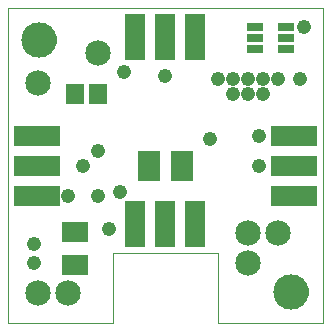
<source format=gts>
G75*
%MOIN*%
%OFA0B0*%
%FSLAX24Y24*%
%IPPOS*%
%LPD*%
%AMOC8*
5,1,8,0,0,1.08239X$1,22.5*
%
%ADD10C,0.0000*%
%ADD11C,0.1182*%
%ADD12R,0.0867X0.0710*%
%ADD13R,0.0730X0.1029*%
%ADD14R,0.0680X0.1530*%
%ADD15R,0.1530X0.0680*%
%ADD16R,0.0580X0.0300*%
%ADD17R,0.0592X0.0671*%
%ADD18C,0.0476*%
%ADD19C,0.0848*%
D10*
X000100Y000100D02*
X003600Y000100D01*
X003600Y002430D01*
X007100Y002430D01*
X007100Y000100D01*
X010600Y000100D01*
X010600Y010600D01*
X000100Y010600D01*
X000100Y000100D01*
X000599Y009550D02*
X000601Y009597D01*
X000607Y009643D01*
X000617Y009689D01*
X000630Y009734D01*
X000648Y009777D01*
X000669Y009819D01*
X000693Y009859D01*
X000721Y009896D01*
X000752Y009931D01*
X000786Y009964D01*
X000822Y009993D01*
X000861Y010019D01*
X000902Y010042D01*
X000945Y010061D01*
X000989Y010077D01*
X001034Y010089D01*
X001080Y010097D01*
X001127Y010101D01*
X001173Y010101D01*
X001220Y010097D01*
X001266Y010089D01*
X001311Y010077D01*
X001355Y010061D01*
X001398Y010042D01*
X001439Y010019D01*
X001478Y009993D01*
X001514Y009964D01*
X001548Y009931D01*
X001579Y009896D01*
X001607Y009859D01*
X001631Y009819D01*
X001652Y009777D01*
X001670Y009734D01*
X001683Y009689D01*
X001693Y009643D01*
X001699Y009597D01*
X001701Y009550D01*
X001699Y009503D01*
X001693Y009457D01*
X001683Y009411D01*
X001670Y009366D01*
X001652Y009323D01*
X001631Y009281D01*
X001607Y009241D01*
X001579Y009204D01*
X001548Y009169D01*
X001514Y009136D01*
X001478Y009107D01*
X001439Y009081D01*
X001398Y009058D01*
X001355Y009039D01*
X001311Y009023D01*
X001266Y009011D01*
X001220Y009003D01*
X001173Y008999D01*
X001127Y008999D01*
X001080Y009003D01*
X001034Y009011D01*
X000989Y009023D01*
X000945Y009039D01*
X000902Y009058D01*
X000861Y009081D01*
X000822Y009107D01*
X000786Y009136D01*
X000752Y009169D01*
X000721Y009204D01*
X000693Y009241D01*
X000669Y009281D01*
X000648Y009323D01*
X000630Y009366D01*
X000617Y009411D01*
X000607Y009457D01*
X000601Y009503D01*
X000599Y009550D01*
X008999Y001150D02*
X009001Y001197D01*
X009007Y001243D01*
X009017Y001289D01*
X009030Y001334D01*
X009048Y001377D01*
X009069Y001419D01*
X009093Y001459D01*
X009121Y001496D01*
X009152Y001531D01*
X009186Y001564D01*
X009222Y001593D01*
X009261Y001619D01*
X009302Y001642D01*
X009345Y001661D01*
X009389Y001677D01*
X009434Y001689D01*
X009480Y001697D01*
X009527Y001701D01*
X009573Y001701D01*
X009620Y001697D01*
X009666Y001689D01*
X009711Y001677D01*
X009755Y001661D01*
X009798Y001642D01*
X009839Y001619D01*
X009878Y001593D01*
X009914Y001564D01*
X009948Y001531D01*
X009979Y001496D01*
X010007Y001459D01*
X010031Y001419D01*
X010052Y001377D01*
X010070Y001334D01*
X010083Y001289D01*
X010093Y001243D01*
X010099Y001197D01*
X010101Y001150D01*
X010099Y001103D01*
X010093Y001057D01*
X010083Y001011D01*
X010070Y000966D01*
X010052Y000923D01*
X010031Y000881D01*
X010007Y000841D01*
X009979Y000804D01*
X009948Y000769D01*
X009914Y000736D01*
X009878Y000707D01*
X009839Y000681D01*
X009798Y000658D01*
X009755Y000639D01*
X009711Y000623D01*
X009666Y000611D01*
X009620Y000603D01*
X009573Y000599D01*
X009527Y000599D01*
X009480Y000603D01*
X009434Y000611D01*
X009389Y000623D01*
X009345Y000639D01*
X009302Y000658D01*
X009261Y000681D01*
X009222Y000707D01*
X009186Y000736D01*
X009152Y000769D01*
X009121Y000804D01*
X009093Y000841D01*
X009069Y000881D01*
X009048Y000923D01*
X009030Y000966D01*
X009017Y001011D01*
X009007Y001057D01*
X009001Y001103D01*
X008999Y001150D01*
D11*
X009550Y001150D03*
X001150Y009550D03*
D12*
X002350Y003151D03*
X002350Y002049D03*
D13*
X004800Y005350D03*
X005900Y005350D03*
D14*
X006350Y003405D03*
X005350Y003405D03*
X004350Y003405D03*
X004350Y009625D03*
X005350Y009625D03*
X006350Y009625D03*
D15*
X009625Y006350D03*
X009625Y005350D03*
X009625Y004350D03*
X001075Y004350D03*
X001075Y005350D03*
X001075Y006350D03*
D16*
X008340Y009230D03*
X008340Y009600D03*
X008340Y009970D03*
X009360Y009970D03*
X009360Y009600D03*
X009360Y009230D03*
D17*
X003099Y007725D03*
X002351Y007725D03*
D18*
X003975Y008475D03*
X005350Y008350D03*
X007100Y008225D03*
X007600Y008225D03*
X008100Y008225D03*
X008100Y007725D03*
X007600Y007725D03*
X008600Y007725D03*
X008600Y008225D03*
X009100Y008225D03*
X009850Y008225D03*
X009975Y009975D03*
X008475Y006350D03*
X008475Y005350D03*
X006850Y006225D03*
X003850Y004475D03*
X003100Y004350D03*
X002100Y004350D03*
X002600Y005350D03*
X003100Y005850D03*
X003475Y003225D03*
X000975Y002725D03*
X000975Y002100D03*
D19*
X001100Y001100D03*
X002100Y001100D03*
X008100Y002100D03*
X008100Y003100D03*
X009100Y003100D03*
X003100Y009100D03*
X001100Y008100D03*
M02*

</source>
